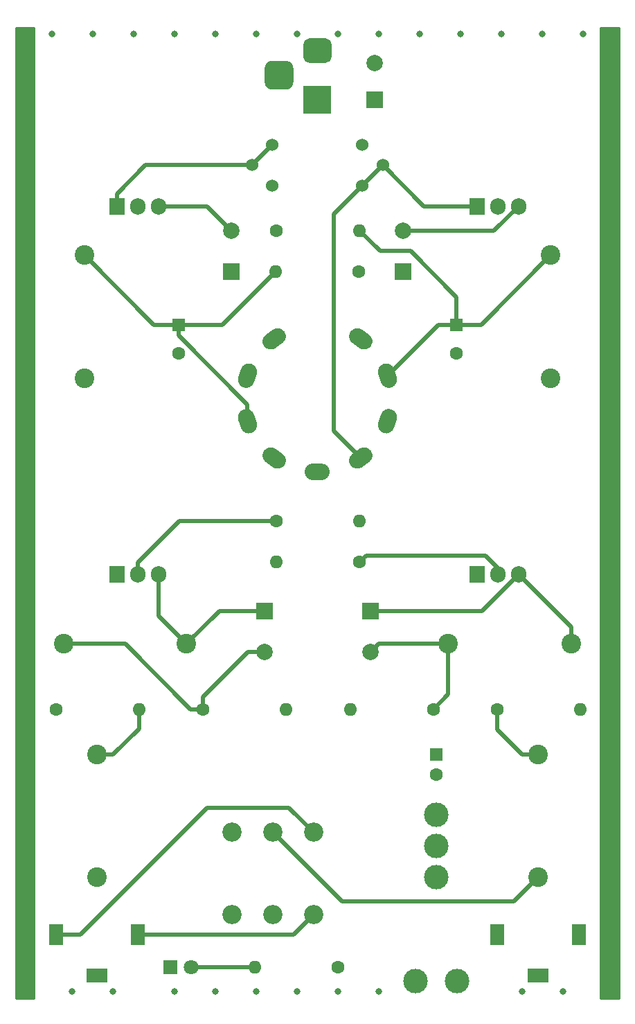
<source format=gbr>
G04 #@! TF.GenerationSoftware,KiCad,Pcbnew,(5.1.6)-1*
G04 #@! TF.CreationDate,2020-12-21T19:05:13-08:00*
G04 #@! TF.ProjectId,12AU7-Amplifier,31324155-372d-4416-9d70-6c6966696572,1.0*
G04 #@! TF.SameCoordinates,Original*
G04 #@! TF.FileFunction,Copper,L1,Top*
G04 #@! TF.FilePolarity,Positive*
%FSLAX46Y46*%
G04 Gerber Fmt 4.6, Leading zero omitted, Abs format (unit mm)*
G04 Created by KiCad (PCBNEW (5.1.6)-1) date 2020-12-21 19:05:13*
%MOMM*%
%LPD*%
G01*
G04 APERTURE LIST*
G04 #@! TA.AperFunction,ComponentPad*
%ADD10C,2.400000*%
G04 #@! TD*
G04 #@! TA.AperFunction,ComponentPad*
%ADD11C,2.000000*%
G04 #@! TD*
G04 #@! TA.AperFunction,ComponentPad*
%ADD12R,2.000000X2.000000*%
G04 #@! TD*
G04 #@! TA.AperFunction,ComponentPad*
%ADD13O,1.905000X2.000000*%
G04 #@! TD*
G04 #@! TA.AperFunction,ComponentPad*
%ADD14R,1.905000X2.000000*%
G04 #@! TD*
G04 #@! TA.AperFunction,ComponentPad*
%ADD15O,1.600000X1.600000*%
G04 #@! TD*
G04 #@! TA.AperFunction,ComponentPad*
%ADD16C,1.600000*%
G04 #@! TD*
G04 #@! TA.AperFunction,ComponentPad*
%ADD17C,1.524000*%
G04 #@! TD*
G04 #@! TA.AperFunction,ComponentPad*
%ADD18R,1.600000X1.600000*%
G04 #@! TD*
G04 #@! TA.AperFunction,ComponentPad*
%ADD19C,3.000000*%
G04 #@! TD*
G04 #@! TA.AperFunction,ComponentPad*
%ADD20R,3.500000X3.500000*%
G04 #@! TD*
G04 #@! TA.AperFunction,ComponentPad*
%ADD21O,3.050000X2.030000*%
G04 #@! TD*
G04 #@! TA.AperFunction,ComponentPad*
%ADD22C,2.340000*%
G04 #@! TD*
G04 #@! TA.AperFunction,ComponentPad*
%ADD23R,2.500000X1.800000*%
G04 #@! TD*
G04 #@! TA.AperFunction,ComponentPad*
%ADD24R,1.800000X2.500000*%
G04 #@! TD*
G04 #@! TA.AperFunction,ComponentPad*
%ADD25C,1.800000*%
G04 #@! TD*
G04 #@! TA.AperFunction,ComponentPad*
%ADD26R,1.800000X1.800000*%
G04 #@! TD*
G04 #@! TA.AperFunction,ViaPad*
%ADD27C,0.800000*%
G04 #@! TD*
G04 #@! TA.AperFunction,Conductor*
%ADD28C,0.500000*%
G04 #@! TD*
G04 #@! TA.AperFunction,Conductor*
%ADD29C,0.254000*%
G04 #@! TD*
G04 APERTURE END LIST*
D10*
X95500000Y-134500000D03*
X95500000Y-119500000D03*
D11*
X129000000Y-107000000D03*
D12*
X129000000Y-102000000D03*
D13*
X147080000Y-97500000D03*
X144540000Y-97500000D03*
D14*
X142000000Y-97500000D03*
D13*
X103080000Y-97500000D03*
X100540000Y-97500000D03*
D14*
X98000000Y-97500000D03*
D13*
X147080000Y-52500000D03*
X144540000Y-52500000D03*
D14*
X142000000Y-52500000D03*
D13*
X103080000Y-52500000D03*
X100540000Y-52500000D03*
D14*
X98000000Y-52500000D03*
D15*
X127660000Y-55500000D03*
D16*
X117500000Y-55500000D03*
D15*
X117340000Y-60500000D03*
D16*
X127500000Y-60500000D03*
D11*
X133000000Y-55500000D03*
X112000000Y-55500000D03*
D12*
X133000000Y-60500000D03*
X112000000Y-60500000D03*
D11*
X129500000Y-35000000D03*
D12*
X129500000Y-39500000D03*
D17*
X128000000Y-50000000D03*
X130500000Y-47500000D03*
X128000000Y-45000000D03*
X117000000Y-45000000D03*
X114500000Y-47500000D03*
X117000000Y-50000000D03*
D16*
X139500000Y-70500000D03*
D18*
X139500000Y-67000000D03*
D16*
X105500000Y-70500000D03*
D18*
X105500000Y-67000000D03*
D10*
X138500000Y-106000000D03*
X153500000Y-106000000D03*
X106500000Y-106000000D03*
X91500000Y-106000000D03*
X151000000Y-73500000D03*
X151000000Y-58500000D03*
X94000000Y-58500000D03*
X94000000Y-73500000D03*
X149500000Y-134500000D03*
X149500000Y-119500000D03*
D19*
X139540000Y-147200000D03*
X134460000Y-147200000D03*
X137000000Y-126880000D03*
X137000000Y-130690000D03*
X137000000Y-134500000D03*
D20*
X122500000Y-39500000D03*
G04 #@! TA.AperFunction,ComponentPad*
G36*
G01*
X121500000Y-32000000D02*
X123500000Y-32000000D01*
G75*
G02*
X124250000Y-32750000I0J-750000D01*
G01*
X124250000Y-34250000D01*
G75*
G02*
X123500000Y-35000000I-750000J0D01*
G01*
X121500000Y-35000000D01*
G75*
G02*
X120750000Y-34250000I0J750000D01*
G01*
X120750000Y-32750000D01*
G75*
G02*
X121500000Y-32000000I750000J0D01*
G01*
G37*
G04 #@! TD.AperFunction*
G04 #@! TA.AperFunction,ComponentPad*
G36*
G01*
X116925000Y-34750000D02*
X118675000Y-34750000D01*
G75*
G02*
X119550000Y-35625000I0J-875000D01*
G01*
X119550000Y-37375000D01*
G75*
G02*
X118675000Y-38250000I-875000J0D01*
G01*
X116925000Y-38250000D01*
G75*
G02*
X116050000Y-37375000I0J875000D01*
G01*
X116050000Y-35625000D01*
G75*
G02*
X116925000Y-34750000I875000J0D01*
G01*
G37*
G04 #@! TD.AperFunction*
G04 #@! TA.AperFunction,ComponentPad*
G36*
G01*
X118219201Y-69241382D02*
X117394003Y-69840922D01*
G75*
G02*
X115976249Y-69616372I-596602J821152D01*
G01*
X115976249Y-69616372D01*
G75*
G02*
X116200799Y-68198618I821152J596602D01*
G01*
X117025997Y-67599078D01*
G75*
G02*
X118443751Y-67823628I596602J-821152D01*
G01*
X118443751Y-67823628D01*
G75*
G02*
X118219201Y-69241382I-821152J-596602D01*
G01*
G37*
G04 #@! TD.AperFunction*
G04 #@! TA.AperFunction,ComponentPad*
G36*
G01*
X115062921Y-73048613D02*
X114747723Y-74018691D01*
G75*
G02*
X113468749Y-74670361I-965322J313652D01*
G01*
X113468749Y-74670361D01*
G75*
G02*
X112817079Y-73391387I313652J965322D01*
G01*
X113132277Y-72421309D01*
G75*
G02*
X114411251Y-71769639I965322J-313652D01*
G01*
X114411251Y-71769639D01*
G75*
G02*
X115062921Y-73048613I-313652J-965322D01*
G01*
G37*
G04 #@! TD.AperFunction*
G04 #@! TA.AperFunction,ComponentPad*
G36*
G01*
X114747724Y-77981309D02*
X115062921Y-78951387D01*
G75*
G02*
X114411251Y-80230361I-965322J-313652D01*
G01*
X114411251Y-80230361D01*
G75*
G02*
X113132277Y-79578691I-313652J965322D01*
G01*
X112817079Y-78608613D01*
G75*
G02*
X113468749Y-77329639I965322J313652D01*
G01*
X113468749Y-77329639D01*
G75*
G02*
X114747723Y-77981309I313652J-965322D01*
G01*
G37*
G04 #@! TD.AperFunction*
G04 #@! TA.AperFunction,ComponentPad*
G36*
G01*
X117394003Y-82159077D02*
X118219201Y-82758618D01*
G75*
G02*
X118443751Y-84176372I-596602J-821152D01*
G01*
X118443751Y-84176372D01*
G75*
G02*
X117025997Y-84400922I-821152J596602D01*
G01*
X116200799Y-83801382D01*
G75*
G02*
X115976249Y-82383628I596602J821152D01*
G01*
X115976249Y-82383628D01*
G75*
G02*
X117394003Y-82159078I821152J-596602D01*
G01*
G37*
G04 #@! TD.AperFunction*
D21*
X122500000Y-85000000D03*
G04 #@! TA.AperFunction,ComponentPad*
G36*
G01*
X128799201Y-83801382D02*
X127974003Y-84400922D01*
G75*
G02*
X126556249Y-84176372I-596602J821152D01*
G01*
X126556249Y-84176372D01*
G75*
G02*
X126780799Y-82758618I821152J596602D01*
G01*
X127605997Y-82159078D01*
G75*
G02*
X129023751Y-82383628I596602J-821152D01*
G01*
X129023751Y-82383628D01*
G75*
G02*
X128799201Y-83801382I-821152J-596602D01*
G01*
G37*
G04 #@! TD.AperFunction*
G04 #@! TA.AperFunction,ComponentPad*
G36*
G01*
X132182921Y-78608613D02*
X131867723Y-79578691D01*
G75*
G02*
X130588749Y-80230361I-965322J313652D01*
G01*
X130588749Y-80230361D01*
G75*
G02*
X129937079Y-78951387I313652J965322D01*
G01*
X130252277Y-77981309D01*
G75*
G02*
X131531251Y-77329639I965322J-313652D01*
G01*
X131531251Y-77329639D01*
G75*
G02*
X132182921Y-78608613I-313652J-965322D01*
G01*
G37*
G04 #@! TD.AperFunction*
G04 #@! TA.AperFunction,ComponentPad*
G36*
G01*
X131867724Y-72421309D02*
X132182921Y-73391387D01*
G75*
G02*
X131531251Y-74670361I-965322J-313652D01*
G01*
X131531251Y-74670361D01*
G75*
G02*
X130252277Y-74018691I-313652J965322D01*
G01*
X129937079Y-73048613D01*
G75*
G02*
X130588749Y-71769639I965322J313652D01*
G01*
X130588749Y-71769639D01*
G75*
G02*
X131867723Y-72421309I313652J-965322D01*
G01*
G37*
G04 #@! TD.AperFunction*
G04 #@! TA.AperFunction,ComponentPad*
G36*
G01*
X127974003Y-67599077D02*
X128799201Y-68198618D01*
G75*
G02*
X129023751Y-69616372I-596602J-821152D01*
G01*
X129023751Y-69616372D01*
G75*
G02*
X127605997Y-69840922I-821152J596602D01*
G01*
X126780799Y-69241382D01*
G75*
G02*
X126556249Y-67823628I596602J821152D01*
G01*
X126556249Y-67823628D01*
G75*
G02*
X127974003Y-67599078I821152J-596602D01*
G01*
G37*
G04 #@! TD.AperFunction*
D22*
X112025400Y-129003720D03*
X117025400Y-129003720D03*
X122025400Y-129003720D03*
X112025400Y-139083720D03*
X117025400Y-139083720D03*
X122025400Y-139083720D03*
D15*
X126500000Y-114000000D03*
D16*
X136660000Y-114000000D03*
D15*
X118660000Y-114000000D03*
D16*
X108500000Y-114000000D03*
D15*
X117500000Y-96000000D03*
D16*
X127660000Y-96000000D03*
D15*
X127660000Y-91000000D03*
D16*
X117500000Y-91000000D03*
D15*
X114840000Y-145500000D03*
D16*
X125000000Y-145500000D03*
D15*
X154660000Y-114000000D03*
D16*
X144500000Y-114000000D03*
D15*
X100660000Y-114000000D03*
D16*
X90500000Y-114000000D03*
D23*
X149500000Y-146500000D03*
D24*
X154500000Y-141500000D03*
X144500000Y-141500000D03*
D23*
X95500000Y-146500000D03*
D24*
X100500000Y-141500000D03*
X90500000Y-141500000D03*
D25*
X107040000Y-145500000D03*
D26*
X104500000Y-145500000D03*
D11*
X116000000Y-107000000D03*
D12*
X116000000Y-102000000D03*
D16*
X137000000Y-122000000D03*
D18*
X137000000Y-119500000D03*
D27*
X158500000Y-32500000D03*
X158500000Y-37500000D03*
X158500000Y-42500000D03*
X158500000Y-47500000D03*
X158500000Y-57500000D03*
X158500000Y-52500000D03*
X158500000Y-67500000D03*
X158500000Y-62500000D03*
X158500000Y-72500000D03*
X158500000Y-77500000D03*
X158500000Y-82500000D03*
X158500000Y-87500000D03*
X158500000Y-97500000D03*
X158500000Y-102500000D03*
X158500000Y-92500000D03*
X158500000Y-117500000D03*
X158500000Y-107500000D03*
X158500000Y-112500000D03*
X158500000Y-127500000D03*
X158500000Y-132500000D03*
X158500000Y-122500000D03*
X158500000Y-137500000D03*
X158500000Y-142500000D03*
X86500000Y-32500000D03*
X86500000Y-82500000D03*
X86500000Y-132500000D03*
X86500000Y-42500000D03*
X86500000Y-137500000D03*
X86500000Y-87500000D03*
X86500000Y-112500000D03*
X86500000Y-102500000D03*
X86500000Y-62500000D03*
X86500000Y-92500000D03*
X86500000Y-117500000D03*
X86500000Y-142500000D03*
X86500000Y-52500000D03*
X86500000Y-77500000D03*
X86500000Y-107500000D03*
X86500000Y-37500000D03*
X86500000Y-67500000D03*
X86500000Y-97500000D03*
X86500000Y-47500000D03*
X86500000Y-57500000D03*
X86500000Y-122500000D03*
X86500000Y-72500000D03*
X86500000Y-127500000D03*
X92500000Y-148500000D03*
X105000000Y-148500000D03*
X110000000Y-148500000D03*
X115000000Y-148500000D03*
X120000000Y-148500000D03*
X125000000Y-148500000D03*
X130000000Y-148500000D03*
X152500000Y-148500000D03*
X90000000Y-31500000D03*
X155000000Y-31500000D03*
X115000000Y-31500000D03*
X110000000Y-31500000D03*
X100000000Y-31500000D03*
X120000000Y-31500000D03*
X130000000Y-31500000D03*
X95000000Y-31500000D03*
X145000000Y-31500000D03*
X105000000Y-31500000D03*
X140000000Y-31500000D03*
X135000000Y-31500000D03*
X125000000Y-31500000D03*
X150000000Y-31500000D03*
X158500000Y-147500000D03*
X86500000Y-147500000D03*
X147500000Y-148500000D03*
X97500000Y-148500000D03*
D28*
X95500000Y-119500000D02*
X97500000Y-119500000D01*
X100660000Y-116340000D02*
X97500000Y-119500000D01*
X100660000Y-114000000D02*
X100660000Y-116340000D01*
X117025400Y-128974600D02*
X117025400Y-129003720D01*
X117025400Y-129003720D02*
X125521680Y-137500000D01*
X146500000Y-137500000D02*
X149500000Y-134500000D01*
X125521680Y-137500000D02*
X146500000Y-137500000D01*
X149500000Y-119500000D02*
X147500000Y-119500000D01*
X144500000Y-116500000D02*
X147500000Y-119500000D01*
X144500000Y-114000000D02*
X144500000Y-116500000D01*
X102500000Y-67000000D02*
X94000000Y-58500000D01*
X105500000Y-67000000D02*
X102500000Y-67000000D01*
X110840000Y-67000000D02*
X117340000Y-60500000D01*
X105500000Y-67000000D02*
X110840000Y-67000000D01*
X113940000Y-76740000D02*
X113940000Y-78780000D01*
X105500000Y-68300000D02*
X113940000Y-76740000D01*
X105500000Y-67000000D02*
X105500000Y-68300000D01*
X137280000Y-67000000D02*
X131060000Y-73220000D01*
X139500000Y-67000000D02*
X137280000Y-67000000D01*
X142500000Y-67000000D02*
X151000000Y-58500000D01*
X139500000Y-67000000D02*
X142500000Y-67000000D01*
X139500000Y-63649998D02*
X133850002Y-58000000D01*
X139500000Y-67000000D02*
X139500000Y-63649998D01*
X130160000Y-58000000D02*
X127660000Y-55500000D01*
X133850002Y-58000000D02*
X130160000Y-58000000D01*
X107040000Y-145500000D02*
X114840000Y-145500000D01*
X119609120Y-141500000D02*
X122025400Y-139083720D01*
X100500000Y-141500000D02*
X119609120Y-141500000D01*
X119021680Y-126000000D02*
X122025400Y-129003720D01*
X109000000Y-126000000D02*
X119021680Y-126000000D01*
X93500000Y-141500000D02*
X109000000Y-126000000D01*
X90500000Y-141500000D02*
X93500000Y-141500000D01*
X117000000Y-45000000D02*
X114500000Y-47500000D01*
X98000000Y-52500000D02*
X98000000Y-51000000D01*
X101500000Y-47500000D02*
X114500000Y-47500000D01*
X98000000Y-51000000D02*
X101500000Y-47500000D01*
X128000000Y-50000000D02*
X130500000Y-47500000D01*
X135500000Y-52500000D02*
X130500000Y-47500000D01*
X142000000Y-52500000D02*
X135500000Y-52500000D01*
X128000000Y-50000000D02*
X124500000Y-53500000D01*
X124500000Y-79990000D02*
X127790000Y-83280000D01*
X124500000Y-53500000D02*
X124500000Y-79990000D01*
X100540000Y-97500000D02*
X100500000Y-97500000D01*
X100540000Y-97500000D02*
X100540000Y-96040000D01*
X105580000Y-91000000D02*
X117500000Y-91000000D01*
X100540000Y-96040000D02*
X105580000Y-91000000D01*
X128459999Y-95200001D02*
X127660000Y-96000000D01*
X143002503Y-95200001D02*
X128459999Y-95200001D01*
X144540000Y-96737498D02*
X143002503Y-95200001D01*
X144540000Y-97500000D02*
X144540000Y-96737498D01*
X108500000Y-114000000D02*
X108500000Y-112500000D01*
X108500000Y-112500000D02*
X114000000Y-107000000D01*
X114000000Y-107000000D02*
X116000000Y-107000000D01*
X108500000Y-114000000D02*
X107000000Y-114000000D01*
X99000000Y-106000000D02*
X91500000Y-106000000D01*
X107000000Y-114000000D02*
X99000000Y-106000000D01*
X109000000Y-52500000D02*
X112000000Y-55500000D01*
X103080000Y-52500000D02*
X109000000Y-52500000D01*
X110500000Y-102000000D02*
X106500000Y-106000000D01*
X116000000Y-102000000D02*
X110500000Y-102000000D01*
X103080000Y-102580000D02*
X106500000Y-106000000D01*
X103080000Y-97500000D02*
X103080000Y-102580000D01*
X129999999Y-106000001D02*
X129000000Y-107000000D01*
X138500000Y-106000000D02*
X129999999Y-106000001D01*
X138500000Y-112160000D02*
X136660000Y-114000000D01*
X138500000Y-106000000D02*
X138500000Y-112160000D01*
X144080000Y-55500000D02*
X133000000Y-55500000D01*
X147080000Y-52500000D02*
X144080000Y-55500000D01*
X142580000Y-102000000D02*
X147080000Y-97500000D01*
X129000000Y-102000000D02*
X142580000Y-102000000D01*
X153500000Y-103920000D02*
X147080000Y-97500000D01*
X153500000Y-106000000D02*
X153500000Y-103920000D01*
D29*
G36*
X159340001Y-149340000D02*
G01*
X157127000Y-149340000D01*
X157127000Y-30660000D01*
X159340000Y-30660000D01*
X159340001Y-149340000D01*
G37*
X159340001Y-149340000D02*
X157127000Y-149340000D01*
X157127000Y-30660000D01*
X159340000Y-30660000D01*
X159340001Y-149340000D01*
G36*
X87873000Y-149340000D02*
G01*
X85660000Y-149340000D01*
X85660000Y-30660000D01*
X87873000Y-30660000D01*
X87873000Y-149340000D01*
G37*
X87873000Y-149340000D02*
X85660000Y-149340000D01*
X85660000Y-30660000D01*
X87873000Y-30660000D01*
X87873000Y-149340000D01*
M02*

</source>
